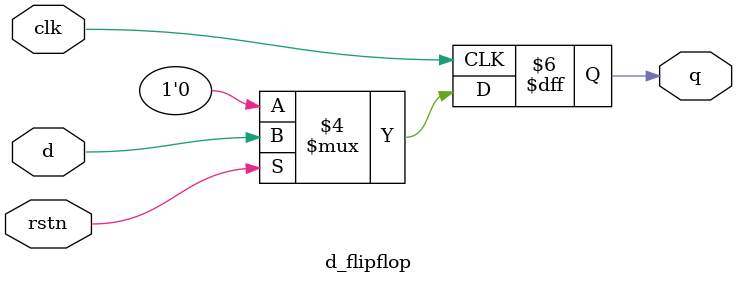
<source format=v>

module d_flipflop #(
    parameter N = 1
)(
    input              clk,
    input              rstn,
    input      [N-1:0] d,
    output reg [N-1:0] q
);

    always @(posedge clk) begin
        if (!rstn) q <= 0;
        else       q <= d;
    end

endmodule
</source>
